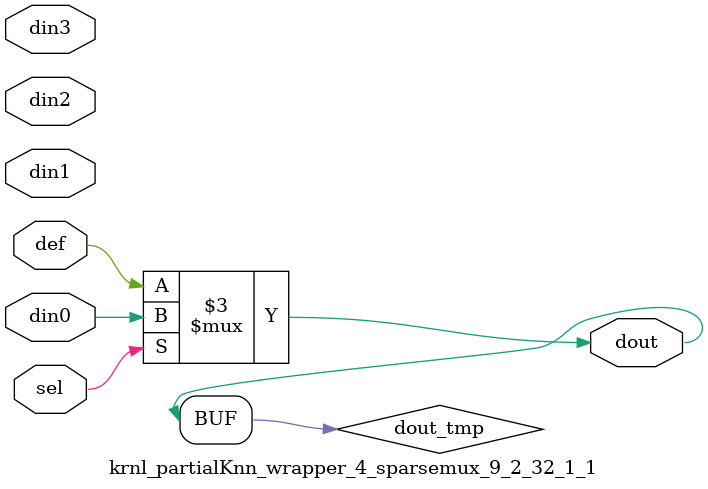
<source format=v>
`timescale 1 ns / 1 ps
module krnl_partialKnn_wrapper_4_sparsemux_9_2_32_1_1 (din0,din1,din2,din3,def,sel,dout);
parameter din0_WIDTH = 1;
parameter din1_WIDTH = 1;
parameter din2_WIDTH = 1;
parameter din3_WIDTH = 1;
parameter def_WIDTH = 1;
parameter sel_WIDTH = 1;
parameter dout_WIDTH = 1;
parameter [sel_WIDTH-1:0] CASE0 = 1;
parameter [sel_WIDTH-1:0] CASE1 = 1;
parameter [sel_WIDTH-1:0] CASE2 = 1;
parameter [sel_WIDTH-1:0] CASE3 = 1;
parameter ID = 1;
parameter NUM_STAGE = 1;
input [din0_WIDTH-1:0] din0;
input [din1_WIDTH-1:0] din1;
input [din2_WIDTH-1:0] din2;
input [din3_WIDTH-1:0] din3;
input [def_WIDTH-1:0] def;
input [sel_WIDTH-1:0] sel;
output [dout_WIDTH-1:0] dout;
reg [dout_WIDTH-1:0] dout_tmp;
always @ (*) begin
case (sel)
    
    CASE0 : dout_tmp = din0;
    
    CASE1 : dout_tmp = din1;
    
    CASE2 : dout_tmp = din2;
    
    CASE3 : dout_tmp = din3;
    
    default : dout_tmp = def;
endcase
end
assign dout = dout_tmp;
endmodule
</source>
